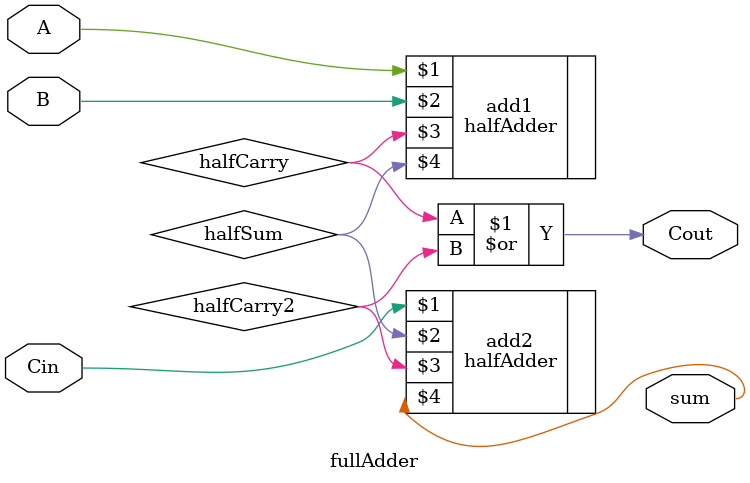
<source format=v>
module fullAdder(A, B, Cin, Cout, sum);

	// ports
	input A, B, Cin;
	output Cout, sum;
	
	// variables
	wire halfCarry, halfCarry2, halfSum;

	// two half adders
	halfAdder add1 (A, B, halfCarry, halfSum);
	halfAdder add2 (Cin, halfSum, halfCarry2, sum);
	assign Cout = halfCarry | halfCarry2;
	
endmodule
	
</source>
